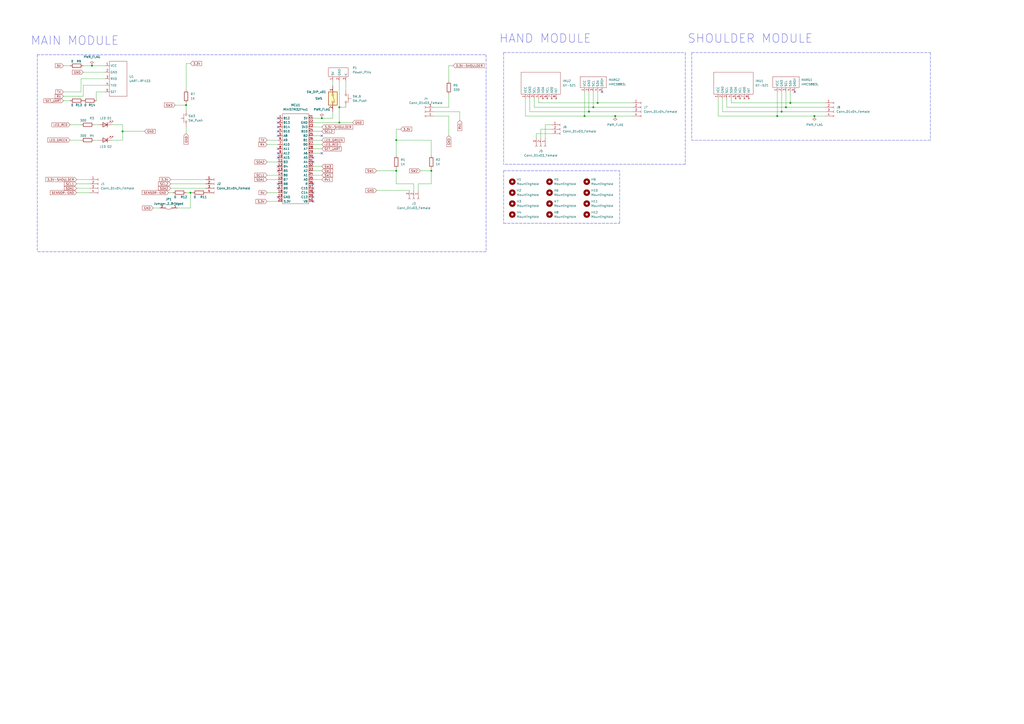
<source format=kicad_sch>
(kicad_sch (version 20211123) (generator eeschema)
  (paper "A2")
  (lib_symbols
    (symbol "Connector:Conn_01x03_Female" (pin_names (offset 1.016) hide)
      (property "Reference" "J" (at 0 5.08 0))
      (property "Value" "Conn_01x03_Female" (at 0 -5.08 0))
      (symbol "Conn_01x03_Female_1_1"
        (arc (start 0 -2.032) (mid -0.508 -2.54) (end 0 -3.048) (stroke (width 0.1524)))
        (polyline (pts (xy -1.27 -2.54) (xy -0.508 -2.54)) (stroke (width 0.1524)))
        (polyline (pts (xy -1.27 0) (xy -0.508 0)) (stroke (width 0.1524)))
        (polyline (pts (xy -1.27 2.54) (xy -0.508 2.54)) (stroke (width 0.1524)))
        (arc (start 0 0.508) (mid -0.508 0) (end 0 -0.508) (stroke (width 0.1524)))
        (arc (start 0 3.048) (mid -0.508 2.54) (end 0 2.032) (stroke (width 0.1524)))
        (pin passive line (at -5.08 2.54 0) (length 3.81) (name "Pin_1") (number "1"))
        (pin passive line (at -5.08 0 0) (length 3.81) (name "Pin_2") (number "2"))
        (pin passive line (at -5.08 -2.54 0) (length 3.81) (name "Pin_3") (number "3"))
      )
    )
    (symbol "Connector:Conn_01x04_Female" (pin_names (offset 1.016) hide)
      (property "Reference" "J" (at 0 5.08 0))
      (property "Value" "Conn_01x04_Female" (at 0 -7.62 0))
      (symbol "Conn_01x04_Female_1_1"
        (arc (start 0 -4.572) (mid -0.508 -5.08) (end 0 -5.588) (stroke (width 0.1524)))
        (arc (start 0 -2.032) (mid -0.508 -2.54) (end 0 -3.048) (stroke (width 0.1524)))
        (polyline (pts (xy -1.27 -5.08) (xy -0.508 -5.08)) (stroke (width 0.1524)))
        (polyline (pts (xy -1.27 -2.54) (xy -0.508 -2.54)) (stroke (width 0.1524)))
        (polyline (pts (xy -1.27 0) (xy -0.508 0)) (stroke (width 0.1524)))
        (polyline (pts (xy -1.27 2.54) (xy -0.508 2.54)) (stroke (width 0.1524)))
        (arc (start 0 0.508) (mid -0.508 0) (end 0 -0.508) (stroke (width 0.1524)))
        (arc (start 0 3.048) (mid -0.508 2.54) (end 0 2.032) (stroke (width 0.1524)))
        (pin passive line (at -5.08 2.54 0) (length 3.81) (name "Pin_1") (number "1"))
        (pin passive line (at -5.08 0 0) (length 3.81) (name "Pin_2") (number "2"))
        (pin passive line (at -5.08 -2.54 0) (length 3.81) (name "Pin_3") (number "3"))
        (pin passive line (at -5.08 -5.08 0) (length 3.81) (name "Pin_4") (number "4"))
      )
    )
    (symbol "Device:LED" (pin_numbers hide) (pin_names (offset 1.016) hide)
      (property "Reference" "D" (at 0 2.54 0))
      (property "Value" "LED" (at 0 -2.54 0))
      (symbol "LED_0_1"
        (polyline (pts (xy -1.27 -1.27) (xy -1.27 1.27)) (stroke (width 0.254)))
        (polyline (pts (xy -1.27 0) (xy 1.27 0)))
        (polyline (pts (xy 1.27 -1.27) (xy 1.27 1.27) (xy -1.27 0) (xy 1.27 -1.27)) (stroke (width 0.254)))
        (polyline (pts (xy -3.048 -0.762) (xy -4.572 -2.286) (xy -3.81 -2.286) (xy -4.572 -2.286) (xy -4.572 -1.524)))
        (polyline (pts (xy -1.778 -0.762) (xy -3.302 -2.286) (xy -2.54 -2.286) (xy -3.302 -2.286) (xy -3.302 -1.524)))
      )
      (symbol "LED_1_1"
        (pin passive line (at -3.81 0 0) (length 2.54) (name "K") (number "1"))
        (pin passive line (at 3.81 0 180) (length 2.54) (name "A") (number "2"))
      )
    )
    (symbol "Device:R" (pin_numbers hide) (pin_names (offset 0))
      (property "Reference" "R" (at 2.032 0 90))
      (property "Value" "R" (at 0 0 90))
      (symbol "R_0_1"
        (rectangle (start -1.016 -2.54) (end 1.016 2.54) (stroke (width 0.254)))
      )
      (symbol "R_1_1"
        (pin passive line (at 0 3.81 270) (length 1.27) (name "~") (number "1"))
        (pin passive line (at 0 -3.81 90) (length 1.27) (name "~") (number "2"))
      )
    )
    (symbol "GY-521_1"
      (property "Reference" "IMU" (at -7.62 7.62 0))
      (property "Value" "GY-521_1" (at 8.89 3.81 0))
      (symbol "GY-521_1_0_1"
        (rectangle (start -8.89 6.35) (end 13.97 -6.35))
      )
      (symbol "GY-521_1_1_1"
        (pin power_in line (at -6.35 -8.89 90) (length 2.54) (name "VCC") (number "1"))
        (pin passive line (at -3.81 -8.89 90) (length 2.54) (name "GND") (number "2"))
        (pin input line (at -1.27 -8.89 90) (length 2.54) (name "SCL") (number "3"))
        (pin bidirectional line (at 1.27 -8.89 90) (length 2.54) (name "SDA") (number "4"))
        (pin no_connect line (at 3.81 -8.89 90) (length 2.54) (name "XDA") (number "5"))
        (pin no_connect line (at 6.35 -8.89 90) (length 2.54) (name "XCL") (number "6"))
        (pin no_connect line (at 8.89 -8.89 90) (length 2.54) (name "AD0") (number "7"))
        (pin no_connect line (at 11.43 -8.89 90) (length 2.54) (name "INT") (number "8"))
      )
    )
    (symbol "HMC5883L_1"
      (property "Reference" "MARG" (at 5.08 2.54 0))
      (property "Value" "HMC5883L_1" (at -6.35 2.54 0))
      (symbol "HMC5883L_1_0_1"
        (rectangle (start -7.62 0) (end 7.62 -6.35))
      )
      (symbol "HMC5883L_1_1_1"
        (pin power_in line (at -5.08 -8.89 90) (length 2.54) (name "VCC") (number "1"))
        (pin bidirectional line (at -2.54 -8.89 90) (length 2.54) (name "GND") (number "2"))
        (pin bidirectional line (at 0 -8.89 90) (length 2.54) (name "SCL") (number "3"))
        (pin bidirectional line (at 2.54 -8.89 90) (length 2.54) (name "SDA") (number "4"))
        (pin bidirectional line (at 5.08 -8.89 90) (length 2.54) (name "DRDY") (number "5"))
      )
    )
    (symbol "Jumper:Jumper_2_Bridged" (pin_names (offset 0) hide)
      (property "Reference" "JP" (at 0 1.905 0))
      (property "Value" "Jumper_2_Bridged" (at 0 -2.54 0))
      (symbol "Jumper_2_Bridged_0_0"
        (circle (center -2.032 0) (radius 0.508))
        (circle (center 2.032 0) (radius 0.508))
      )
      (symbol "Jumper_2_Bridged_0_1"
        (arc (start 1.524 0.254) (mid 0 0.762) (end -1.524 0.254))
      )
      (symbol "Jumper_2_Bridged_1_1"
        (pin passive line (at -5.08 0 0) (length 2.54) (name "A") (number "1"))
        (pin passive line (at 5.08 0 180) (length 2.54) (name "B") (number "2"))
      )
    )
    (symbol "Mechanical:MountingHole" (pin_names (offset 1.016))
      (property "Reference" "H" (at 0 5.08 0))
      (property "Value" "MountingHole" (at 0 3.175 0))
      (symbol "MountingHole_0_1"
        (circle (center 0 0) (radius 1.27) (stroke (width 1.27)))
      )
    )
    (symbol "Switch:SW_DIP_x01" (pin_names (offset 0) hide)
      (property "Reference" "SW" (at 0 3.81 0))
      (property "Value" "SW_DIP_x01" (at 0 -3.81 0))
      (symbol "SW_DIP_x01_0_0"
        (circle (center -2.032 0) (radius 0.508))
        (polyline (pts (xy -1.524 0.127) (xy 2.3622 1.1684)))
        (circle (center 2.032 0) (radius 0.508))
      )
      (symbol "SW_DIP_x01_0_1"
        (rectangle (start -3.81 2.54) (end 3.81 -2.54) (stroke (width 0.254)) (fill (type background)))
      )
      (symbol "SW_DIP_x01_1_1"
        (pin passive line (at -7.62 0 0) (length 5.08) (name "~") (number "1"))
        (pin passive line (at 7.62 0 180) (length 5.08) (name "~") (number "2"))
      )
    )
    (symbol "Switch:SW_Push" (pin_numbers hide) (pin_names (offset 1.016) hide)
      (property "Reference" "SW" (at 1.27 2.54 0))
      (property "Value" "SW_Push" (at 0 -1.524 0))
      (symbol "SW_Push_0_1"
        (circle (center -2.032 0) (radius 0.508))
        (polyline (pts (xy 0 1.27) (xy 0 3.048)))
        (polyline (pts (xy 2.54 1.27) (xy -2.54 1.27)))
        (circle (center 2.032 0) (radius 0.508))
        (pin passive line (at -5.08 0 0) (length 2.54) (name "1") (number "1"))
        (pin passive line (at 5.08 0 180) (length 2.54) (name "2") (number "2"))
      )
    )
    (symbol "hieu_lib:GY-521"
      (property "Reference" "IMU" (at -7.62 7.62 0))
      (property "Value" "GY-521" (at 8.89 3.81 0))
      (symbol "GY-521_0_1"
        (rectangle (start -8.89 6.35) (end 13.97 -6.35))
      )
      (symbol "GY-521_1_1"
        (pin power_in line (at -6.35 -8.89 90) (length 2.54) (name "VCC") (number "1"))
        (pin passive line (at -3.81 -8.89 90) (length 2.54) (name "GND") (number "2"))
        (pin input line (at -1.27 -8.89 90) (length 2.54) (name "SCL") (number "3"))
        (pin bidirectional line (at 1.27 -8.89 90) (length 2.54) (name "SDA") (number "4"))
        (pin no_connect line (at 3.81 -8.89 90) (length 2.54) (name "XDA") (number "5"))
        (pin no_connect line (at 6.35 -8.89 90) (length 2.54) (name "XCL") (number "6"))
        (pin no_connect line (at 8.89 -8.89 90) (length 2.54) (name "AD0") (number "7"))
        (pin no_connect line (at 11.43 -8.89 90) (length 2.54) (name "INT") (number "8"))
      )
    )
    (symbol "hieu_lib:HMC5883L"
      (property "Reference" "MARG" (at 5.08 2.54 0))
      (property "Value" "HMC5883L" (at -6.35 2.54 0))
      (symbol "HMC5883L_0_1"
        (rectangle (start -7.62 0) (end 7.62 -6.35))
      )
      (symbol "HMC5883L_1_1"
        (pin power_in line (at -5.08 -8.89 90) (length 2.54) (name "VCC") (number "1"))
        (pin bidirectional line (at -2.54 -8.89 90) (length 2.54) (name "GND") (number "2"))
        (pin bidirectional line (at 0 -8.89 90) (length 2.54) (name "SCL") (number "3"))
        (pin bidirectional line (at 2.54 -8.89 90) (length 2.54) (name "SDA") (number "4"))
        (pin bidirectional line (at 5.08 -8.89 90) (length 2.54) (name "DRDY") (number "5"))
      )
    )
    (symbol "hieu_lib:MiniSTM32F4x1"
      (property "Reference" "MCU" (at 0 1.27 0))
      (property "Value" "MiniSTM32F4x1" (at 7.62 -25.4 90))
      (symbol "MiniSTM32F4x1_0_1"
        (rectangle (start 0 0) (end 15.24 -52.07))
      )
      (symbol "MiniSTM32F4x1_1_1"
        (pin bidirectional line (at -2.54 -2.54 0) (length 2.54) (name "B12") (number "1"))
        (pin bidirectional line (at -2.54 -25.4 0) (length 2.54) (name "A15") (number "10"))
        (pin bidirectional line (at -2.54 -27.94 0) (length 2.54) (name "B3") (number "11"))
        (pin bidirectional line (at -2.54 -30.48 0) (length 2.54) (name "B4") (number "12"))
        (pin bidirectional line (at -2.54 -33.02 0) (length 2.54) (name "B5") (number "13"))
        (pin bidirectional line (at -2.54 -35.56 0) (length 2.54) (name "B6") (number "14"))
        (pin bidirectional line (at -2.54 -38.1 0) (length 2.54) (name "B7") (number "15"))
        (pin bidirectional line (at -2.54 -40.64 0) (length 2.54) (name "B8") (number "16"))
        (pin bidirectional line (at -2.54 -43.18 0) (length 2.54) (name "B9") (number "17"))
        (pin power_out line (at -2.54 -45.72 0) (length 2.54) (name "5V") (number "18"))
        (pin bidirectional line (at -2.54 -48.26 0) (length 2.54) (name "GND") (number "19"))
        (pin bidirectional line (at -2.54 -5.08 0) (length 2.54) (name "B13") (number "2"))
        (pin power_out line (at -2.54 -50.8 0) (length 2.54) (name "3.3V") (number "20"))
        (pin power_in line (at 17.78 -2.54 180) (length 2.54) (name "5V") (number "21"))
        (pin bidirectional line (at 17.78 -5.08 180) (length 2.54) (name "GND") (number "22"))
        (pin power_out line (at 17.78 -7.62 180) (length 2.54) (name "3V3") (number "23"))
        (pin bidirectional line (at 17.78 -10.16 180) (length 2.54) (name "B10") (number "24"))
        (pin bidirectional line (at 17.78 -12.7 180) (length 2.54) (name "B2") (number "25"))
        (pin bidirectional line (at 17.78 -15.24 180) (length 2.54) (name "B1") (number "26"))
        (pin bidirectional line (at 17.78 -17.78 180) (length 2.54) (name "B0") (number "27"))
        (pin bidirectional line (at 17.78 -20.32 180) (length 2.54) (name "A7") (number "28"))
        (pin bidirectional line (at 17.78 -22.86 180) (length 2.54) (name "A6") (number "29"))
        (pin bidirectional line (at -2.54 -7.62 0) (length 2.54) (name "B14") (number "3"))
        (pin bidirectional line (at 17.78 -25.4 180) (length 2.54) (name "A5") (number "30"))
        (pin bidirectional line (at 17.78 -27.94 180) (length 2.54) (name "A4") (number "31"))
        (pin bidirectional line (at 17.78 -30.48 180) (length 2.54) (name "A3") (number "32"))
        (pin bidirectional line (at 17.78 -33.02 180) (length 2.54) (name "A2") (number "33"))
        (pin bidirectional line (at 17.78 -35.56 180) (length 2.54) (name "A1") (number "34"))
        (pin bidirectional line (at 17.78 -38.1 180) (length 2.54) (name "A0") (number "35"))
        (pin bidirectional line (at 17.78 -40.64 180) (length 2.54) (name "R") (number "36"))
        (pin bidirectional line (at 17.78 -43.18 180) (length 2.54) (name "C15") (number "37"))
        (pin bidirectional line (at 17.78 -45.72 180) (length 2.54) (name "C14") (number "38"))
        (pin bidirectional line (at 17.78 -48.26 180) (length 2.54) (name "C13") (number "39"))
        (pin bidirectional line (at -2.54 -10.16 0) (length 2.54) (name "B15") (number "4"))
        (pin bidirectional line (at 17.78 -50.8 180) (length 2.54) (name "VB") (number "40"))
        (pin bidirectional line (at -2.54 -12.7 0) (length 2.54) (name "A8") (number "5"))
        (pin bidirectional line (at -2.54 -15.24 0) (length 2.54) (name "A9") (number "6"))
        (pin bidirectional line (at -2.54 -17.78 0) (length 2.54) (name "A10") (number "7"))
        (pin bidirectional line (at -2.54 -20.32 0) (length 2.54) (name "A11") (number "8"))
        (pin bidirectional line (at -2.54 -22.86 0) (length 2.54) (name "A12") (number "9"))
      )
    )
    (symbol "hieu_lib:Power_Pins"
      (property "Reference" "Power" (at -3.81 3.81 0))
      (property "Value" "Power_Pins" (at 7.62 3.81 0))
      (symbol "Power_Pins_0_1"
        (rectangle (start -3.81 2.54) (end 7.62 -2.54))
      )
      (symbol "Power_Pins_1_1"
        (pin power_out line (at -1.27 -5.08 90) (length 2.54) (name "5V") (number "1"))
        (pin bidirectional line (at 2.54 -5.08 90) (length 2.54) (name "GND") (number "2"))
        (pin bidirectional line (at 6.35 -5.08 90) (length 2.54) (name "K") (number "3"))
      )
    )
    (symbol "hieu_lib:UART-RF433"
      (property "Reference" "UART_Module" (at -8.89 5.08 0))
      (property "Value" "UART-RF433" (at 3.81 1.27 0))
      (symbol "UART-RF433_0_1"
        (rectangle (start -10.16 2.54) (end 10.16 -7.62))
      )
      (symbol "UART-RF433_1_1"
        (pin power_in line (at -7.62 -10.16 90) (length 2.54) (name "VCC") (number "1"))
        (pin bidirectional line (at -3.81 -10.16 90) (length 2.54) (name "GND") (number "2"))
        (pin input line (at 0 -10.16 90) (length 2.54) (name "RXD") (number "3"))
        (pin output line (at 3.81 -10.16 90) (length 2.54) (name "TXD") (number "4"))
        (pin input line (at 7.62 -10.16 90) (length 2.54) (name "SET") (number "5"))
      )
    )
    (symbol "power:PWR_FLAG" (power) (pin_numbers hide) (pin_names (offset 0) hide)
      (property "Value" "PWR_FLAG" (at 0 3.81 0))
      (symbol "PWR_FLAG_0_0"
        (pin power_out line (at 0 0 90) (length 0) (name "pwr") (number "1"))
      )
      (symbol "PWR_FLAG_0_1"
        (polyline (pts (xy 0 0) (xy 0 1.27) (xy -1.016 1.905) (xy 0 2.54) (xy 1.016 1.905) (xy 0 1.27)))
      )
    )
  )
  (junction (at 186.69 68.58))
  (junction (at 107.95 60.96))
  (junction (at 455.93 62.23))
  (junction (at 53.34 38.1))
  (junction (at 341.63 64.77))
  (junction (at 229.87 99.06))
  (junction (at 346.71 59.69))
  (junction (at 344.17 62.23))
  (junction (at 250.19 99.06))
  (junction (at 339.09 67.31))
  (junction (at 356.87 67.31))
  (junction (at 450.85 67.31))
  (junction (at 196.85 62.23))
  (junction (at 453.39 64.77))
  (junction (at 196.85 71.12))
  (junction (at 110.49 111.76))
  (junction (at 229.87 81.28))
  (junction (at 71.12 76.2))
  (junction (at 472.44 67.31))
  (junction (at 458.47 59.69))
  (no_connect (at 181.61 109.22))
  (no_connect (at 161.29 71.12))
  (no_connect (at 181.61 111.76))
  (no_connect (at 161.29 109.22))
  (no_connect (at 186.69 88.9))
  (no_connect (at 161.29 96.52))
  (no_connect (at 161.29 114.3))
  (no_connect (at 181.61 106.68))
  (no_connect (at 181.61 116.84))
  (no_connect (at 161.29 78.74))
  (no_connect (at 181.61 114.3))
  (no_connect (at 161.29 88.9))
  (no_connect (at 161.29 99.06))
  (no_connect (at 161.29 68.58))
  (no_connect (at 161.29 76.2))
  (no_connect (at 461.01 53.34))
  (no_connect (at 161.29 106.68))
  (no_connect (at 181.61 93.98))
  (no_connect (at 186.69 78.74))
  (no_connect (at 181.61 91.44))
  (no_connect (at 161.29 86.36))
  (no_connect (at 161.29 73.66))
  (no_connect (at 349.25 53.34))
  (no_connect (at 161.29 91.44))
  (wire (pts (xy 240.03 106.68) (xy 240.03 110.49)))
  (wire (pts (xy 181.61 83.82) (xy 186.69 83.82)))
  (wire (pts (xy 455.93 62.23) (xy 478.79 62.23)))
  (wire (pts (xy 55.88 53.34) (xy 60.96 53.34)))
  (wire (pts (xy 416.56 67.31) (xy 416.56 57.15)))
  (wire (pts (xy 309.88 62.23) (xy 344.17 62.23)))
  (wire (pts (xy 320.04 77.47) (xy 311.15 77.47)))
  (wire (pts (xy 453.39 64.77) (xy 419.1 64.77)))
  (wire (pts (xy 154.94 83.82) (xy 161.29 83.82)))
  (wire (pts (xy 251.46 64.77) (xy 266.7 64.77)))
  (wire (pts (xy 339.09 53.34) (xy 339.09 67.31)))
  (wire (pts (xy 341.63 64.77) (xy 307.34 64.77)))
  (polyline (pts (xy 281.94 146.05) (xy 21.59 146.05)))
  (polyline (pts (xy 397.51 30.48) (xy 397.51 95.25)))
  (polyline (pts (xy 292.1 30.48) (xy 292.1 95.25)))
  (wire (pts (xy 181.61 104.14) (xy 186.69 104.14)))
  (wire (pts (xy 181.61 81.28) (xy 186.69 81.28)))
  (polyline (pts (xy 539.75 30.48) (xy 539.75 81.28)))
  (wire (pts (xy 99.06 109.22) (xy 119.38 109.22)))
  (wire (pts (xy 44.45 109.22) (xy 52.07 109.22)))
  (wire (pts (xy 478.79 64.77) (xy 453.39 64.77)))
  (wire (pts (xy 424.18 57.15) (xy 424.18 59.69)))
  (wire (pts (xy 46.99 45.72) (xy 60.96 45.72)))
  (wire (pts (xy 181.61 101.6) (xy 186.69 101.6)))
  (wire (pts (xy 421.64 62.23) (xy 455.93 62.23)))
  (wire (pts (xy 181.61 88.9) (xy 186.69 88.9)))
  (wire (pts (xy 200.66 46.99) (xy 200.66 52.07)))
  (wire (pts (xy 450.85 67.31) (xy 416.56 67.31)))
  (wire (pts (xy 40.64 81.28) (xy 46.99 81.28)))
  (wire (pts (xy 110.49 120.65) (xy 110.49 111.76)))
  (wire (pts (xy 48.26 38.1) (xy 53.34 38.1)))
  (wire (pts (xy 181.61 86.36) (xy 186.69 86.36)))
  (wire (pts (xy 260.35 54.61) (xy 260.35 62.23)))
  (polyline (pts (xy 359.41 129.54) (xy 359.41 99.06)))
  (wire (pts (xy 339.09 67.31) (xy 304.8 67.31)))
  (wire (pts (xy 237.49 110.49) (xy 218.44 110.49)))
  (wire (pts (xy 48.26 49.53) (xy 48.26 55.88)))
  (polyline (pts (xy 281.94 31.75) (xy 281.94 146.05)))
  (wire (pts (xy 250.19 81.28) (xy 250.19 90.17)))
  (wire (pts (xy 107.95 73.66) (xy 107.95 77.47)))
  (wire (pts (xy 229.87 81.28) (xy 250.19 81.28)))
  (wire (pts (xy 40.64 72.39) (xy 46.99 72.39)))
  (wire (pts (xy 181.61 76.2) (xy 186.69 76.2)))
  (wire (pts (xy 266.7 69.85) (xy 266.7 64.77)))
  (wire (pts (xy 193.04 64.77) (xy 193.04 68.58)))
  (wire (pts (xy 55.88 58.42) (xy 55.88 53.34)))
  (wire (pts (xy 260.35 62.23) (xy 251.46 62.23)))
  (wire (pts (xy 193.04 46.99) (xy 193.04 49.53)))
  (polyline (pts (xy 21.59 31.75) (xy 281.94 31.75)))
  (wire (pts (xy 344.17 53.34) (xy 344.17 62.23)))
  (wire (pts (xy 313.69 74.93) (xy 313.69 80.01)))
  (wire (pts (xy 339.09 67.31) (xy 356.87 67.31)))
  (wire (pts (xy 250.19 99.06) (xy 250.19 106.68)))
  (wire (pts (xy 260.35 38.1) (xy 260.35 46.99)))
  (wire (pts (xy 196.85 62.23) (xy 196.85 71.12)))
  (wire (pts (xy 196.85 46.99) (xy 196.85 62.23)))
  (wire (pts (xy 458.47 59.69) (xy 458.47 53.34)))
  (wire (pts (xy 250.19 97.79) (xy 250.19 99.06)))
  (wire (pts (xy 472.44 67.31) (xy 478.79 67.31)))
  (wire (pts (xy 232.41 74.93) (xy 229.87 74.93)))
  (polyline (pts (xy 21.59 31.75) (xy 21.59 146.05)))
  (wire (pts (xy 346.71 59.69) (xy 367.03 59.69)))
  (polyline (pts (xy 292.1 99.06) (xy 292.1 129.54)))
  (wire (pts (xy 320.04 74.93) (xy 313.69 74.93)))
  (wire (pts (xy 181.61 73.66) (xy 186.69 73.66)))
  (wire (pts (xy 450.85 53.34) (xy 450.85 67.31)))
  (wire (pts (xy 229.87 106.68) (xy 240.03 106.68)))
  (wire (pts (xy 260.35 67.31) (xy 260.35 78.74)))
  (wire (pts (xy 71.12 72.39) (xy 71.12 76.2)))
  (polyline (pts (xy 397.51 95.25) (xy 292.1 95.25)))
  (wire (pts (xy 346.71 59.69) (xy 346.71 53.34)))
  (wire (pts (xy 154.94 93.98) (xy 161.29 93.98)))
  (wire (pts (xy 64.77 72.39) (xy 71.12 72.39)))
  (wire (pts (xy 455.93 53.34) (xy 455.93 62.23)))
  (wire (pts (xy 260.35 67.31) (xy 251.46 67.31)))
  (wire (pts (xy 229.87 74.93) (xy 229.87 81.28)))
  (wire (pts (xy 154.94 111.76) (xy 161.29 111.76)))
  (wire (pts (xy 316.23 72.39) (xy 316.23 80.01)))
  (wire (pts (xy 196.85 62.23) (xy 200.66 62.23)))
  (wire (pts (xy 36.83 58.42) (xy 40.64 58.42)))
  (wire (pts (xy 64.77 81.28) (xy 71.12 81.28)))
  (wire (pts (xy 44.45 104.14) (xy 52.07 104.14)))
  (wire (pts (xy 154.94 101.6) (xy 161.29 101.6)))
  (wire (pts (xy 196.85 71.12) (xy 204.47 71.12)))
  (wire (pts (xy 154.94 81.28) (xy 161.29 81.28)))
  (wire (pts (xy 312.42 59.69) (xy 346.71 59.69)))
  (wire (pts (xy 356.87 67.31) (xy 367.03 67.31)))
  (wire (pts (xy 243.84 99.06) (xy 250.19 99.06)))
  (wire (pts (xy 186.69 68.58) (xy 193.04 68.58)))
  (wire (pts (xy 71.12 76.2) (xy 71.12 81.28)))
  (wire (pts (xy 60.96 49.53) (xy 48.26 49.53)))
  (wire (pts (xy 101.6 60.96) (xy 107.95 60.96)))
  (wire (pts (xy 71.12 76.2) (xy 83.82 76.2)))
  (polyline (pts (xy 401.32 30.48) (xy 539.75 30.48)))
  (wire (pts (xy 260.35 38.1) (xy 262.89 38.1)))
  (wire (pts (xy 367.03 64.77) (xy 341.63 64.77)))
  (wire (pts (xy 54.61 72.39) (xy 57.15 72.39)))
  (wire (pts (xy 44.45 106.68) (xy 52.07 106.68)))
  (wire (pts (xy 320.04 72.39) (xy 316.23 72.39)))
  (wire (pts (xy 344.17 62.23) (xy 367.03 62.23)))
  (wire (pts (xy 100.33 111.76) (xy 97.79 111.76)))
  (wire (pts (xy 99.06 106.68) (xy 119.38 106.68)))
  (wire (pts (xy 250.19 106.68) (xy 242.57 106.68)))
  (wire (pts (xy 304.8 67.31) (xy 304.8 57.15)))
  (wire (pts (xy 36.83 55.88) (xy 48.26 55.88)))
  (wire (pts (xy 341.63 53.34) (xy 341.63 64.77)))
  (wire (pts (xy 53.34 38.1) (xy 60.96 38.1)))
  (wire (pts (xy 218.44 99.06) (xy 229.87 99.06)))
  (wire (pts (xy 312.42 57.15) (xy 312.42 59.69)))
  (wire (pts (xy 44.45 111.76) (xy 52.07 111.76)))
  (wire (pts (xy 46.99 53.34) (xy 46.99 45.72)))
  (wire (pts (xy 154.94 116.84) (xy 161.29 116.84)))
  (wire (pts (xy 102.87 120.65) (xy 110.49 120.65)))
  (wire (pts (xy 110.49 36.83) (xy 107.95 36.83)))
  (wire (pts (xy 181.61 71.12) (xy 196.85 71.12)))
  (wire (pts (xy 450.85 67.31) (xy 472.44 67.31)))
  (wire (pts (xy 181.61 96.52) (xy 186.69 96.52)))
  (wire (pts (xy 99.06 104.14) (xy 119.38 104.14)))
  (wire (pts (xy 453.39 53.34) (xy 453.39 64.77)))
  (wire (pts (xy 311.15 77.47) (xy 311.15 80.01)))
  (polyline (pts (xy 292.1 99.06) (xy 359.41 99.06)))
  (wire (pts (xy 458.47 59.69) (xy 478.79 59.69)))
  (wire (pts (xy 107.95 59.69) (xy 107.95 60.96)))
  (wire (pts (xy 36.83 38.1) (xy 40.64 38.1)))
  (polyline (pts (xy 539.75 81.28) (xy 401.32 81.28)))
  (wire (pts (xy 424.18 59.69) (xy 458.47 59.69)))
  (wire (pts (xy 229.87 97.79) (xy 229.87 99.06)))
  (wire (pts (xy 181.61 99.06) (xy 186.69 99.06)))
  (wire (pts (xy 419.1 57.15) (xy 419.1 64.77)))
  (wire (pts (xy 229.87 81.28) (xy 229.87 90.17)))
  (polyline (pts (xy 292.1 30.48) (xy 397.51 30.48)))
  (wire (pts (xy 242.57 106.68) (xy 242.57 110.49)))
  (wire (pts (xy 107.95 60.96) (xy 107.95 63.5)))
  (wire (pts (xy 229.87 99.06) (xy 229.87 106.68)))
  (wire (pts (xy 48.26 41.91) (xy 60.96 41.91)))
  (wire (pts (xy 181.61 68.58) (xy 186.69 68.58)))
  (wire (pts (xy 110.49 111.76) (xy 111.76 111.76)))
  (wire (pts (xy 307.34 57.15) (xy 307.34 64.77)))
  (wire (pts (xy 107.95 111.76) (xy 110.49 111.76)))
  (wire (pts (xy 309.88 57.15) (xy 309.88 62.23)))
  (wire (pts (xy 107.95 36.83) (xy 107.95 52.07)))
  (polyline (pts (xy 292.1 129.54) (xy 359.41 129.54)))
  (wire (pts (xy 154.94 104.14) (xy 161.29 104.14)))
  (wire (pts (xy 181.61 78.74) (xy 186.69 78.74)))
  (wire (pts (xy 54.61 81.28) (xy 57.15 81.28)))
  (wire (pts (xy 88.9 120.65) (xy 92.71 120.65)))
  (wire (pts (xy 421.64 57.15) (xy 421.64 62.23)))
  (wire (pts (xy 36.83 53.34) (xy 46.99 53.34)))
  (polyline (pts (xy 401.32 30.48) (xy 401.32 81.28)))
  (text "MAIN MODULE" (at 17.78 26.67 0) (effects (font (size 5 5)) (justify left bottom)))
  (text "SHOULDER MODULE" (at 398.78 25.4 0) (effects (font (size 5 5)) (justify left bottom)))
  (text "HAND MODULE" (at 289.56 25.4 0) (effects (font (size 5 5)) (justify left bottom)))
  (global_label "SW3" (shape input) (at 101.6 60.96 180) (property "Intersheet References" "${INTERSHEET_REFS}" (effects hide)))
  (global_label "SCL2" (shape input) (at 99.06 106.68 180) (property "Intersheet References" "${INTERSHEET_REFS}" (effects hide)))
  (global_label "3.3V" (shape input) (at 110.49 36.83 0) (property "Intersheet References" "${INTERSHEET_REFS}" (effects hide)))
  (global_label "RX" (shape input) (at 154.94 83.82 180) (property "Intersheet References" "${INTERSHEET_REFS}" (effects hide)))
  (global_label "GND" (shape input) (at 88.9 120.65 180) (property "Intersheet References" "${INTERSHEET_REFS}" (effects hide)))
  (global_label "GND" (shape input) (at 83.82 76.2 0) (property "Intersheet References" "${INTERSHEET_REFS}" (effects hide)))
  (global_label "3.3V-SHOULDER" (shape input) (at 186.69 73.66 0) (property "Intersheet References" "${INTERSHEET_REFS}" (effects hide)))
  (global_label "SCL1" (shape input) (at 44.45 106.68 180) (property "Intersheet References" "${INTERSHEET_REFS}" (effects hide)))
  (global_label "5V" (shape input) (at 154.94 111.76 180) (property "Intersheet References" "${INTERSHEET_REFS}" (effects hide)))
  (global_label "TX" (shape input) (at 154.94 81.28 180) (property "Intersheet References" "${INTERSHEET_REFS}" (effects hide)))
  (global_label "SET_UART" (shape input) (at 186.69 86.36 0) (property "Intersheet References" "${INTERSHEET_REFS}" (effects hide)))
  (global_label "SDA2" (shape input) (at 99.06 109.22 180) (property "Intersheet References" "${INTERSHEET_REFS}" (effects hide)))
  (global_label "GND" (shape input) (at 260.35 78.74 270) (property "Intersheet References" "${INTERSHEET_REFS}" (effects hide)))
  (global_label "GND" (shape input) (at 204.47 71.12 0) (property "Intersheet References" "${INTERSHEET_REFS}" (effects hide)))
  (global_label "LED_GREEN" (shape input) (at 40.64 81.28 180) (property "Intersheet References" "${INTERSHEET_REFS}" (effects hide)))
  (global_label "SDA1" (shape input) (at 154.94 104.14 180) (property "Intersheet References" "${INTERSHEET_REFS}" (effects hide)))
  (global_label "GND" (shape input) (at 107.95 77.47 270) (property "Intersheet References" "${INTERSHEET_REFS}" (effects hide)))
  (global_label "SW2" (shape input) (at 186.69 99.06 0) (property "Intersheet References" "${INTERSHEET_REFS}" (effects hide)))
  (global_label "RV1" (shape input) (at 186.69 104.14 0) (property "Intersheet References" "${INTERSHEET_REFS}" (effects hide)))
  (global_label "5V" (shape input) (at 36.83 38.1 180) (property "Intersheet References" "${INTERSHEET_REFS}" (effects hide)))
  (global_label "RX" (shape input) (at 36.83 55.88 180) (property "Intersheet References" "${INTERSHEET_REFS}" (effects hide)))
  (global_label "LED_RED" (shape input) (at 186.69 83.82 0) (property "Intersheet References" "${INTERSHEET_REFS}" (effects hide)))
  (global_label "SDA2" (shape input) (at 154.94 93.98 180) (property "Intersheet References" "${INTERSHEET_REFS}" (effects hide)))
  (global_label "SCL2" (shape input) (at 186.69 76.2 0) (property "Intersheet References" "${INTERSHEET_REFS}" (effects hide)))
  (global_label "SW2" (shape input) (at 243.84 99.06 180) (property "Intersheet References" "${INTERSHEET_REFS}" (effects hide)))
  (global_label "LED_GREEN" (shape input) (at 186.69 81.28 0) (property "Intersheet References" "${INTERSHEET_REFS}" (effects hide)))
  (global_label "SENSOR-GND" (shape input) (at 97.79 111.76 180) (property "Intersheet References" "${INTERSHEET_REFS}" (effects hide)))
  (global_label "3.3V" (shape input) (at 232.41 74.93 0) (property "Intersheet References" "${INTERSHEET_REFS}" (effects hide)))
  (global_label "GND" (shape input) (at 48.26 41.91 180) (property "Intersheet References" "${INTERSHEET_REFS}" (effects hide)))
  (global_label "SW1" (shape input) (at 218.44 99.06 180) (property "Intersheet References" "${INTERSHEET_REFS}" (effects hide)))
  (global_label "SET_UART" (shape input) (at 36.83 58.42 180) (property "Intersheet References" "${INTERSHEET_REFS}" (effects hide)))
  (global_label "3.3V-SHOULDER" (shape input) (at 262.89 38.1 0) (property "Intersheet References" "${INTERSHEET_REFS}" (effects hide)))
  (global_label "SW1" (shape input) (at 186.69 101.6 0) (property "Intersheet References" "${INTERSHEET_REFS}" (effects hide)))
  (global_label "RV1" (shape input) (at 266.7 69.85 270) (property "Intersheet References" "${INTERSHEET_REFS}" (effects hide)))
  (global_label "3.3V" (shape input) (at 154.94 116.84 180) (property "Intersheet References" "${INTERSHEET_REFS}" (effects hide)))
  (global_label "SENSOR-GND" (shape input) (at 44.45 111.76 180) (property "Intersheet References" "${INTERSHEET_REFS}" (effects hide)))
  (global_label "3.3V" (shape input) (at 99.06 104.14 180) (property "Intersheet References" "${INTERSHEET_REFS}" (effects hide)))
  (global_label "GND" (shape input) (at 218.44 110.49 180) (property "Intersheet References" "${INTERSHEET_REFS}" (effects hide)))
  (global_label "TX" (shape input) (at 36.83 53.34 180) (property "Intersheet References" "${INTERSHEET_REFS}" (effects hide)))
  (global_label "3.3V-SHOULDER" (shape input) (at 44.45 104.14 180) (property "Intersheet References" "${INTERSHEET_REFS}" (effects hide)))
  (global_label "SCL1" (shape input) (at 154.94 101.6 180) (property "Intersheet References" "${INTERSHEET_REFS}" (effects hide)))
  (global_label "SDA1" (shape input) (at 44.45 109.22 180) (property "Intersheet References" "${INTERSHEET_REFS}" (effects hide)))
  (global_label "LED_RED" (shape input) (at 40.64 72.39 180) (property "Intersheet References" "${INTERSHEET_REFS}" (effects hide)))
  (global_label "SW3" (shape input) (at 186.69 96.52 0) (property "Intersheet References" "${INTERSHEET_REFS}" (effects hide)))
  (symbol (lib_id "Connector:Conn_01x03_Female") (at 246.38 64.77 180) (unit 1)
    (property "Reference" "J4" (at 247.015 57.15 0))
    (property "Value" "Conn_01x03_Female" (at 247.015 59.69 0))
    (property "Footprint" "Connector_PinSocket_2.00mm:PinSocket_1x03_P2.00mm_Vertical" (effects hide))
  )
  (symbol (lib_id "Connector:Conn_01x03_Female") (at 325.12 74.93 0) (unit 1)
    (property "Reference" "J6" (at 326.39 73.6599 0) (effects (justify left)))
    (property "Value" "Conn_01x03_Female" (at 326.39 76.1999 0) (effects (justify left)))
    (property "Footprint" "Connector_PinSocket_2.00mm:PinSocket_1x03_P2.00mm_Vertical" (effects hide))
  )
  (symbol (lib_id "Connector:Conn_01x03_Female") (at 313.69 85.09 270) (unit 1)
    (property "Reference" "J5" (at 313.69 87.63 90))
    (property "Value" "Conn_01x03_Female" (at 313.69 90.17 90))
    (property "Footprint" "Connector_PinSocket_2.00mm:PinSocket_1x03_P2.00mm_Vertical" (effects hide))
  )
  (symbol (lib_id "Mechanical:MountingHole") (at 318.77 118.11 0) (unit 1)
    (property "Reference" "H7" (at 321.31 116.8399 0) (effects (justify left)))
    (property "Value" "MountingHole" (at 321.31 119.3799 0) (effects (justify left)))
    (property "Footprint" "MountingHole:MountingHole_3.2mm_M3" (effects hide))
  )
  (symbol (lib_name "GY-521_1") (lib_id "hieu_lib:GY-521") (at 422.91 48.26 0) (unit 1)
    (property "Reference" "IMU1" (at 438.15 46.9899 0) (effects (justify left)))
    (property "Value" "GY-521" (at 438.15 49.5299 0) (effects (justify left)))
    (property "Footprint" "Connector_PinHeader_2.54mm:PinHeader_1x08_P2.54mm_Vertical" (effects hide))
  )
  (symbol (lib_id "Connector:Conn_01x04_Female") (at 124.46 106.68 0) (unit 1)
    (property "Reference" "J2" (at 125.73 106.6799 0) (effects (justify left)))
    (property "Value" "Conn_01x04_Female" (at 125.73 109.2199 0) (effects (justify left)))
    (property "Footprint" "Connector_PinSocket_2.00mm:PinSocket_1x04_P2.00mm_Vertical" (effects hide))
  )
  (symbol (lib_id "power:PWR_FLAG") (at 186.69 68.58 0) (unit 1)
    (property "Reference" "#FLG0104" (effects hide))
    (property "Value" "PWR_FLAG" (at 186.69 63.5 0))
  )
  (symbol (lib_id "hieu_lib:HMC5883L") (at 344.17 44.45 0) (unit 1)
    (property "Reference" "MARG2" (at 353.06 46.3549 0) (effects (justify left)))
    (property "Value" "HMC5883L" (at 353.06 48.8949 0) (effects (justify left)))
    (property "Footprint" "Connector_PinHeader_2.54mm:PinHeader_1x05_P2.54mm_Vertical" (effects hide))
  )
  (symbol (lib_id "Device:R") (at 104.14 111.76 90) (unit 1)
    (property "Reference" "R12" (at 106.68 114.3 90))
    (property "Value" "0" (at 101.6 114.3 90))
    (property "Footprint" "hieu:resistor" (effects hide))
  )
  (symbol (lib_id "Device:R") (at 260.35 50.8 0) (unit 1)
    (property "Reference" "R5" (at 262.89 49.5299 0) (effects (justify left)))
    (property "Value" "330" (at 262.89 52.0699 0) (effects (justify left)))
    (property "Footprint" "hieu:resistor" (effects hide))
  )
  (symbol (lib_id "hieu_lib:Power_Pins") (at 194.31 41.91 0) (unit 1)
    (property "Reference" "P1" (at 204.47 39.37 0) (effects (justify left)))
    (property "Value" "Power_Pins" (at 204.47 41.91 0) (effects (justify left)))
    (property "Footprint" "Connector_PinSocket_2.00mm:PinSocket_1x03_P2.00mm_Vertical" (effects hide))
  )
  (symbol (lib_id "Mechanical:MountingHole") (at 318.77 105.41 0) (unit 1)
    (property "Reference" "H5" (at 321.31 104.1399 0) (effects (justify left)))
    (property "Value" "MountingHole" (at 321.31 106.6799 0) (effects (justify left)))
    (property "Footprint" "MountingHole:MountingHole_3.2mm_M3" (effects hide))
  )
  (symbol (lib_id "Device:LED") (at 60.96 81.28 180) (unit 1)
    (property "Reference" "D2" (at 63.5 85.09 0))
    (property "Value" "LED" (at 59.69 85.09 0))
    (property "Footprint" "LED_THT:LED_D3.0mm" (effects hide))
  )
  (symbol (lib_id "Connector:Conn_01x03_Female") (at 240.03 115.57 270) (unit 1)
    (property "Reference" "J3" (at 240.03 118.11 90))
    (property "Value" "Conn_01x03_Female" (at 240.03 120.65 90))
    (property "Footprint" "Connector_PinSocket_2.00mm:PinSocket_1x03_P2.00mm_Vertical" (effects hide))
  )
  (symbol (lib_id "hieu_lib:UART-RF433") (at 71.12 45.72 270) (unit 1)
    (property "Reference" "U1" (at 74.93 44.4499 90) (effects (justify left)))
    (property "Value" "UART-RF433" (at 74.93 46.9899 90) (effects (justify left)))
    (property "Footprint" "Connector_PinHeader_2.54mm:PinHeader_1x05_P2.54mm_Vertical" (effects hide))
  )
  (symbol (lib_id "Mechanical:MountingHole") (at 297.18 118.11 0) (unit 1)
    (property "Reference" "H3" (at 299.72 116.8399 0) (effects (justify left)))
    (property "Value" "MountingHole" (at 299.72 119.3799 0) (effects (justify left)))
    (property "Footprint" "MountingHole:MountingHole_3.2mm_M3" (effects hide))
  )
  (symbol (lib_id "Device:R") (at 52.07 58.42 90) (unit 1)
    (property "Reference" "R14" (at 53.34 60.96 90))
    (property "Value" "0" (at 49.53 60.96 90))
    (property "Footprint" "hieu:resistor" (effects hide))
  )
  (symbol (lib_id "Mechanical:MountingHole") (at 340.36 105.41 0) (unit 1)
    (property "Reference" "H9" (at 342.9 104.1399 0) (effects (justify left)))
    (property "Value" "MountingHole" (at 342.9 106.6799 0) (effects (justify left)))
    (property "Footprint" "MountingHole:MountingHole_3.2mm_M3" (effects hide))
  )
  (symbol (lib_id "Connector:Conn_01x04_Female") (at 372.11 62.23 0) (unit 1)
    (property "Reference" "J7" (at 373.38 62.2299 0) (effects (justify left)))
    (property "Value" "Conn_01x04_Female" (at 373.38 64.7699 0) (effects (justify left)))
    (property "Footprint" "Connector_PinSocket_2.00mm:PinSocket_1x04_P2.00mm_Vertical" (effects hide))
  )
  (symbol (lib_id "Switch:SW_Push") (at 107.95 68.58 90) (unit 1)
    (property "Reference" "SW3" (at 109.22 67.3099 90) (effects (justify right)))
    (property "Value" "SW_Push" (at 109.22 69.8499 90) (effects (justify right)))
    (property "Footprint" "hieu:resistor" (effects hide))
  )
  (symbol (lib_id "Device:R") (at 44.45 58.42 90) (unit 1)
    (property "Reference" "R13" (at 45.72 60.96 90))
    (property "Value" "0" (at 41.91 60.96 90))
    (property "Footprint" "hieu:resistor" (effects hide))
  )
  (symbol (lib_name "HMC5883L_1") (lib_id "hieu_lib:HMC5883L") (at 455.93 44.45 0) (unit 1)
    (property "Reference" "MARG1" (at 464.82 46.3549 0) (effects (justify left)))
    (property "Value" "HMC5883L" (at 464.82 48.8949 0) (effects (justify left)))
    (property "Footprint" "Connector_PinHeader_2.54mm:PinHeader_1x05_P2.54mm_Vertical" (effects hide))
  )
  (symbol (lib_id "hieu_lib:MiniSTM32F4x1") (at 163.83 66.04 0) (unit 1)
    (property "Reference" "MCU1" (at 171.45 60.96 0))
    (property "Value" "MiniSTM32F4x1" (at 171.45 63.5 0))
    (property "Footprint" "hieu:stm32f4_board" (effects hide))
  )
  (symbol (lib_id "Device:R") (at 250.19 93.98 0) (unit 1)
    (property "Reference" "R2" (at 252.73 92.7099 0) (effects (justify left)))
    (property "Value" "1K" (at 252.73 95.2499 0) (effects (justify left)))
    (property "Footprint" "hieu:resistor" (effects hide))
  )
  (symbol (lib_id "Device:R") (at 44.45 38.1 90) (unit 1)
    (property "Reference" "R9" (at 45.72 35.56 90))
    (property "Value" "0" (at 41.91 35.56 90))
    (property "Footprint" "hieu:resistor" (effects hide))
  )
  (symbol (lib_id "Device:R") (at 229.87 93.98 0) (unit 1)
    (property "Reference" "R1" (at 232.41 92.7099 0) (effects (justify left)))
    (property "Value" "1K" (at 232.41 95.2499 0) (effects (justify left)))
    (property "Footprint" "hieu:resistor" (effects hide))
  )
  (symbol (lib_id "hieu_lib:GY-521") (at 311.15 48.26 0) (unit 1)
    (property "Reference" "IMU2" (at 326.39 46.9899 0) (effects (justify left)))
    (property "Value" "GY-521" (at 326.39 49.5299 0) (effects (justify left)))
    (property "Footprint" "Connector_PinHeader_2.54mm:PinHeader_1x08_P2.54mm_Vertical" (effects hide))
  )
  (symbol (lib_id "Jumper:Jumper_2_Bridged") (at 97.79 120.65 180) (unit 1)
    (property "Reference" "JP1" (at 97.79 115.57 0))
    (property "Value" "Jumper_2_Bridged" (at 97.79 118.11 0))
    (property "Footprint" "Connector_PinHeader_2.54mm:PinHeader_1x02_P2.54mm_Vertical" (effects hide))
  )
  (symbol (lib_id "Mechanical:MountingHole") (at 340.36 111.76 0) (unit 1)
    (property "Reference" "H10" (at 342.9 110.4899 0) (effects (justify left)))
    (property "Value" "MountingHole" (at 342.9 113.0299 0) (effects (justify left)))
    (property "Footprint" "MountingHole:MountingHole_3.2mm_M3" (effects hide))
  )
  (symbol (lib_id "Device:R") (at 50.8 72.39 90) (unit 1)
    (property "Reference" "R3" (at 53.34 68.58 90))
    (property "Value" "300" (at 48.26 69.85 90))
    (property "Footprint" "hieu:resistor" (effects hide))
  )
  (symbol (lib_id "Mechanical:MountingHole") (at 318.77 124.46 0) (unit 1)
    (property "Reference" "H8" (at 321.31 123.1899 0) (effects (justify left)))
    (property "Value" "MountingHole" (at 321.31 125.7299 0) (effects (justify left)))
    (property "Footprint" "MountingHole:MountingHole_3.2mm_M3" (effects hide))
  )
  (symbol (lib_id "Mechanical:MountingHole") (at 340.36 118.11 0) (unit 1)
    (property "Reference" "H11" (at 342.9 116.8399 0) (effects (justify left)))
    (property "Value" "MountingHole" (at 342.9 119.3799 0) (effects (justify left)))
    (property "Footprint" "MountingHole:MountingHole_3.2mm_M3" (effects hide))
  )
  (symbol (lib_id "power:PWR_FLAG") (at 472.44 67.31 180) (unit 1)
    (property "Reference" "#FLG0101" (effects hide))
    (property "Value" "PWR_FLAG" (at 472.44 72.39 0))
  )
  (symbol (lib_id "Switch:SW_Push") (at 200.66 57.15 270) (unit 1)
    (property "Reference" "SW_6" (at 204.47 55.8799 90) (effects (justify left)))
    (property "Value" "SW_Push" (at 204.47 58.4199 90) (effects (justify left)))
    (property "Footprint" "hieu:resistor" (effects hide))
  )
  (symbol (lib_id "Connector:Conn_01x04_Female") (at 483.87 62.23 0) (unit 1)
    (property "Reference" "J8" (at 485.14 62.2299 0) (effects (justify left)))
    (property "Value" "Conn_01x04_Female" (at 485.14 64.7699 0) (effects (justify left)))
    (property "Footprint" "Connector_PinSocket_2.00mm:PinSocket_1x04_P2.00mm_Vertical" (effects hide))
  )
  (symbol (lib_id "Connector:Conn_01x04_Female") (at 57.15 106.68 0) (unit 1)
    (property "Reference" "J1" (at 58.42 106.6799 0) (effects (justify left)))
    (property "Value" "Conn_01x04_Female" (at 58.42 109.2199 0) (effects (justify left)))
    (property "Footprint" "Connector_PinSocket_2.00mm:PinSocket_1x04_P2.00mm_Vertical" (effects hide))
  )
  (symbol (lib_id "Mechanical:MountingHole") (at 297.18 105.41 0) (unit 1)
    (property "Reference" "H1" (at 299.72 104.1399 0) (effects (justify left)))
    (property "Value" "MountingHole" (at 299.72 106.6799 0) (effects (justify left)))
    (property "Footprint" "MountingHole:MountingHole_3.2mm_M3" (effects hide))
  )
  (symbol (lib_id "Mechanical:MountingHole") (at 318.77 111.76 0) (unit 1)
    (property "Reference" "H6" (at 321.31 110.4899 0) (effects (justify left)))
    (property "Value" "MountingHole" (at 321.31 113.0299 0) (effects (justify left)))
    (property "Footprint" "MountingHole:MountingHole_3.2mm_M3" (effects hide))
  )
  (symbol (lib_id "Device:R") (at 107.95 55.88 0) (unit 1)
    (property "Reference" "R7" (at 110.49 54.6099 0) (effects (justify left)))
    (property "Value" "1K" (at 110.49 57.1499 0) (effects (justify left)))
    (property "Footprint" "hieu:resistor" (effects hide))
  )
  (symbol (lib_id "power:PWR_FLAG") (at 53.34 38.1 0) (unit 1)
    (property "Reference" "#FLG0103" (effects hide))
    (property "Value" "PWR_FLAG" (at 53.34 33.02 0))
  )
  (symbol (lib_id "Device:R") (at 50.8 81.28 90) (unit 1)
    (property "Reference" "R4" (at 53.34 78.74 90))
    (property "Value" "300" (at 48.26 78.74 90))
    (property "Footprint" "hieu:resistor" (effects hide))
  )
  (symbol (lib_id "Mechanical:MountingHole") (at 297.18 124.46 0) (unit 1)
    (property "Reference" "H4" (at 299.72 123.1899 0) (effects (justify left)))
    (property "Value" "MountingHole" (at 299.72 125.7299 0) (effects (justify left)))
    (property "Footprint" "MountingHole:MountingHole_3.2mm_M3" (effects hide))
  )
  (symbol (lib_id "Mechanical:MountingHole") (at 340.36 124.46 0) (unit 1)
    (property "Reference" "H12" (at 342.9 123.1899 0) (effects (justify left)))
    (property "Value" "MountingHole" (at 342.9 125.7299 0) (effects (justify left)))
    (property "Footprint" "MountingHole:MountingHole_3.2mm_M3" (effects hide))
  )
  (symbol (lib_id "Device:R") (at 115.57 111.76 90) (unit 1)
    (property "Reference" "R11" (at 118.11 114.3 90))
    (property "Value" "0" (at 113.03 114.3 90))
    (property "Footprint" "hieu:resistor" (effects hide))
  )
  (symbol (lib_id "Mechanical:MountingHole") (at 297.18 111.76 0) (unit 1)
    (property "Reference" "H2" (at 299.72 110.4899 0) (effects (justify left)))
    (property "Value" "MountingHole" (at 299.72 113.0299 0) (effects (justify left)))
    (property "Footprint" "MountingHole:MountingHole_3.2mm_M3" (effects hide))
  )
  (symbol (lib_id "Switch:SW_DIP_x01") (at 193.04 57.15 270) (unit 1)
    (property "Reference" "SW5" (at 182.88 57.15 90) (effects (justify left)))
    (property "Value" "SW_DIP_x01" (at 177.8 53.34 90) (effects (justify left)))
    (property "Footprint" "hieu:resistor" (effects hide))
  )
  (symbol (lib_id "Device:LED") (at 60.96 72.39 180) (unit 1)
    (property "Reference" "D1" (at 63.5 68.58 0))
    (property "Value" "LED" (at 59.69 68.58 0))
    (property "Footprint" "LED_THT:LED_D3.0mm" (effects hide))
  )
  (symbol (lib_id "power:PWR_FLAG") (at 356.87 67.31 180) (unit 1)
    (property "Reference" "#FLG0102" (effects hide))
    (property "Value" "PWR_FLAG" (at 356.87 72.39 0))
  )
)
</source>
